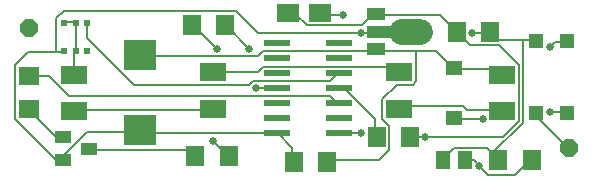
<source format=gbr>
G04 EAGLE Gerber RS-274X export*
G75*
%MOMM*%
%FSLAX34Y34*%
%LPD*%
%INTop Copper*%
%IPPOS*%
%AMOC8*
5,1,8,0,0,1.08239X$1,22.5*%
G01*
%ADD10R,1.200000X1.200000*%
%ADD11R,1.300000X1.500000*%
%ADD12R,1.600000X1.800000*%
%ADD13R,1.950000X1.500000*%
%ADD14R,2.700000X2.550000*%
%ADD15R,1.470000X1.270000*%
%ADD16R,1.500000X1.000000*%
%ADD17R,2.000000X1.000000*%
%ADD18C,2.200000*%
%ADD19R,2.200000X0.600000*%
%ADD20P,1.649562X8X22.500000*%
%ADD21R,2.200000X1.500000*%
%ADD22R,1.400000X1.000000*%
%ADD23R,1.600000X1.803000*%
%ADD24R,1.803000X1.600000*%
%ADD25R,0.600000X0.600000*%
%ADD26C,0.152400*%
%ADD27C,0.654800*%


D10*
X455100Y116400D03*
X481100Y116400D03*
X481100Y55400D03*
X455100Y55400D03*
D11*
X375700Y15300D03*
X394700Y15300D03*
D12*
X388000Y124100D03*
X416000Y124100D03*
X249500Y14100D03*
X277500Y14100D03*
D13*
X244550Y139700D03*
X272050Y139700D03*
D14*
X119200Y104150D03*
X119200Y40650D03*
D15*
X385400Y50900D03*
X385400Y93900D03*
D16*
X319580Y139130D03*
X319580Y109150D03*
D17*
X322120Y124140D03*
D18*
X341290Y124140D02*
X356290Y124140D01*
D19*
X287700Y50800D03*
X235700Y50800D03*
X287700Y38100D03*
X287700Y63500D03*
X287700Y76200D03*
X235700Y38100D03*
X235700Y63500D03*
X235700Y76200D03*
X287700Y101600D03*
X235700Y101600D03*
X287700Y88900D03*
X287700Y114300D03*
X235700Y88900D03*
X235700Y114300D03*
D20*
X482600Y25400D03*
X25400Y127000D03*
D21*
X426100Y87700D03*
X426100Y56700D03*
X338900Y58800D03*
X338900Y89800D03*
X181100Y89700D03*
X181100Y58700D03*
X63900Y56800D03*
X63900Y87800D03*
D22*
X76500Y25200D03*
X54500Y15700D03*
X54500Y34700D03*
D23*
X194720Y19100D03*
X166280Y19100D03*
X319780Y34700D03*
X348220Y34700D03*
D24*
X25900Y86920D03*
X25900Y58480D03*
D23*
X163180Y129700D03*
X191620Y129700D03*
X451020Y15300D03*
X422580Y15300D03*
D25*
X74500Y132000D03*
X65000Y132000D03*
X55500Y132000D03*
X55500Y108000D03*
X65000Y108000D03*
X74500Y108000D03*
D26*
X466344Y56388D02*
X480060Y56388D01*
X481100Y55400D01*
D27*
X466344Y56388D03*
D26*
X455676Y54864D02*
X455676Y51816D01*
X481584Y25908D01*
X455676Y54864D02*
X455100Y55400D01*
X481584Y25908D02*
X482600Y25400D01*
X409956Y50292D02*
X385572Y50292D01*
X385400Y50900D01*
X211836Y109728D02*
X192024Y129540D01*
X191620Y129700D01*
D27*
X409956Y50292D03*
X211836Y109728D03*
D26*
X422148Y117348D02*
X443484Y117348D01*
X454152Y117348D01*
X422148Y117348D02*
X416052Y123444D01*
X454152Y117348D02*
X455100Y116400D01*
X416052Y123444D02*
X416000Y124100D01*
X385572Y25908D02*
X376428Y16764D01*
X385572Y25908D02*
X413004Y25908D01*
X417576Y21336D02*
X422148Y16764D01*
X417576Y21336D02*
X413004Y25908D01*
X376428Y16764D02*
X375700Y15300D01*
X422148Y16764D02*
X422580Y15300D01*
X443484Y47244D02*
X443484Y117348D01*
X443484Y47244D02*
X417576Y21336D01*
X422580Y15300D01*
X291084Y138684D02*
X272796Y138684D01*
X306324Y123444D02*
X321564Y123444D01*
X272796Y138684D02*
X272050Y139700D01*
X321564Y123444D02*
X322120Y124140D01*
X323088Y124968D02*
X347472Y124968D01*
X348790Y124140D01*
X323088Y124968D02*
X322120Y124140D01*
X248412Y25908D02*
X248412Y15240D01*
X248412Y25908D02*
X236220Y38100D01*
X248412Y15240D02*
X249500Y14100D01*
X236220Y38100D02*
X235700Y38100D01*
X48768Y106680D02*
X24384Y106680D01*
X48768Y106680D02*
X54864Y106680D01*
X24384Y106680D02*
X13716Y96012D01*
X13716Y50292D01*
X47244Y16764D01*
X51816Y16764D02*
X53340Y16764D01*
X51816Y16764D02*
X47244Y16764D01*
X54864Y106680D02*
X55500Y108000D01*
X53340Y16764D02*
X54500Y15700D01*
X74676Y39624D02*
X118872Y39624D01*
X74676Y39624D02*
X51816Y16764D01*
X118872Y39624D02*
X119200Y40650D01*
X54500Y15700D02*
X51816Y16764D01*
X121920Y38100D02*
X235700Y38100D01*
X121920Y38100D02*
X120396Y39624D01*
X119200Y40650D01*
X219456Y123444D02*
X306324Y123444D01*
X219456Y123444D02*
X201168Y141732D01*
X54864Y141732D01*
X48768Y135636D01*
X48768Y106680D01*
X400812Y123444D02*
X414528Y123444D01*
X416000Y124100D01*
D27*
X291084Y138684D03*
X306324Y123444D03*
X400812Y123444D03*
D26*
X161544Y24384D02*
X77724Y24384D01*
X161544Y24384D02*
X166116Y19812D01*
X77724Y24384D02*
X76500Y25200D01*
X166116Y19812D02*
X166280Y19100D01*
X53340Y35052D02*
X48768Y35052D01*
X25908Y57912D01*
X53340Y35052D02*
X54500Y34700D01*
X25908Y57912D02*
X25900Y58480D01*
X25908Y86868D02*
X42672Y86868D01*
X59436Y70104D01*
X280416Y70104D01*
X286512Y64008D01*
X25908Y86868D02*
X25900Y86920D01*
X286512Y64008D02*
X287700Y63500D01*
X470916Y115824D02*
X480060Y115824D01*
X470916Y115824D02*
X466344Y111252D01*
X193548Y19812D02*
X181356Y32004D01*
X480060Y115824D02*
X481100Y116400D01*
X194720Y19100D02*
X193548Y19812D01*
D27*
X466344Y111252D03*
X181356Y32004D03*
D26*
X385572Y92964D02*
X420624Y92964D01*
X425196Y88392D01*
X385572Y92964D02*
X385400Y93900D01*
X425196Y88392D02*
X426100Y87700D01*
X370332Y108204D02*
X353568Y108204D01*
X320040Y108204D01*
X370332Y108204D02*
X384048Y94488D01*
X320040Y108204D02*
X319580Y109150D01*
X384048Y94488D02*
X385400Y93900D01*
X321564Y15240D02*
X278892Y15240D01*
X321564Y15240D02*
X330708Y24384D01*
X330708Y44196D01*
X324612Y50292D01*
X324612Y67056D01*
X336804Y79248D01*
X350520Y79248D01*
X353568Y82296D01*
X353568Y108204D01*
X278892Y15240D02*
X277500Y14100D01*
X219456Y103632D02*
X120396Y103632D01*
X219456Y103632D02*
X224028Y108204D01*
X318516Y108204D01*
X120396Y103632D02*
X119200Y104150D01*
X318516Y108204D02*
X319580Y109150D01*
X320040Y138684D02*
X373380Y138684D01*
X387096Y124968D01*
X320040Y138684D02*
X319580Y139130D01*
X387096Y124968D02*
X388000Y124100D01*
X361188Y35052D02*
X426720Y35052D01*
X361188Y35052D02*
X348996Y35052D01*
X426720Y35052D02*
X440436Y48768D01*
X440436Y96012D01*
X423672Y112776D01*
X399288Y112776D01*
X388620Y123444D01*
X348996Y35052D02*
X348220Y34700D01*
X388620Y123444D02*
X388000Y124100D01*
X251460Y138684D02*
X245364Y138684D01*
X251460Y138684D02*
X260604Y129540D01*
X307848Y129540D01*
X318516Y140208D01*
X245364Y138684D02*
X244550Y139700D01*
X318516Y140208D02*
X319580Y139130D01*
X306324Y38100D02*
X287700Y38100D01*
D27*
X306324Y38100D03*
X361188Y35052D03*
D26*
X394716Y15240D02*
X402336Y15240D01*
X406908Y10668D02*
X414528Y3048D01*
X406908Y10668D02*
X402336Y15240D01*
X414528Y3048D02*
X437388Y3048D01*
X449580Y15240D01*
X394716Y15240D02*
X394700Y15300D01*
X449580Y15240D02*
X451020Y15300D01*
X184404Y109728D02*
X164592Y129540D01*
X217932Y76200D02*
X235700Y76200D01*
X164592Y129540D02*
X163180Y129700D01*
D27*
X184404Y109728D03*
X217932Y76200D03*
X406908Y10668D03*
D26*
X179832Y57912D02*
X64008Y57912D01*
X63900Y56800D01*
X179832Y57912D02*
X181100Y58700D01*
X181356Y89916D02*
X219456Y89916D01*
X224028Y94488D01*
X333756Y94488D01*
X338328Y89916D01*
X181356Y89916D02*
X181100Y89700D01*
X338328Y89916D02*
X338900Y89800D01*
X396240Y57912D02*
X425196Y57912D01*
X396240Y57912D02*
X393192Y60960D01*
X341376Y60960D01*
X339852Y59436D01*
X425196Y57912D02*
X426100Y56700D01*
X339852Y59436D02*
X338900Y58800D01*
X318516Y50292D02*
X318516Y35052D01*
X318516Y50292D02*
X292608Y76200D01*
X287700Y76200D01*
X318516Y35052D02*
X319780Y34700D01*
X74676Y118872D02*
X74676Y131064D01*
X74676Y118872D02*
X114300Y79248D01*
X211836Y79248D01*
X214884Y82296D01*
X280416Y82296D01*
X286512Y88392D01*
X74676Y131064D02*
X74500Y132000D01*
X286512Y88392D02*
X287700Y88900D01*
X64008Y132588D02*
X56388Y132588D01*
X55500Y132000D01*
X64008Y132588D02*
X65000Y132000D01*
X64008Y106680D02*
X64008Y88392D01*
X64008Y106680D02*
X65000Y108000D01*
X64008Y88392D02*
X63900Y87800D01*
X65532Y108204D02*
X65532Y131064D01*
X65000Y132000D01*
X65532Y108204D02*
X65000Y108000D01*
M02*

</source>
